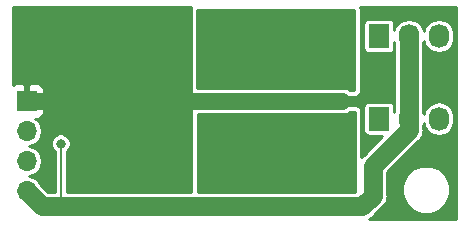
<source format=gbl>
G04 #@! TF.GenerationSoftware,KiCad,Pcbnew,(5.0.1-dev-70-gb7b125d83)*
G04 #@! TF.CreationDate,2018-10-12T22:21:12+02:00*
G04 #@! TF.ProjectId,pwm-fan-control,70776D2D66616E2D636F6E74726F6C2E,rev?*
G04 #@! TF.SameCoordinates,Original*
G04 #@! TF.FileFunction,Copper,L2,Bot,Signal*
G04 #@! TF.FilePolarity,Positive*
%FSLAX46Y46*%
G04 Gerber Fmt 4.6, Leading zero omitted, Abs format (unit mm)*
G04 Created by KiCad (PCBNEW (5.0.1-dev-70-gb7b125d83)) date 10/12/18 22:21:12*
%MOMM*%
%LPD*%
G01*
G04 APERTURE LIST*
G04 #@! TA.AperFunction,ComponentPad*
%ADD10O,1.730000X2.030000*%
G04 #@! TD*
G04 #@! TA.AperFunction,ComponentPad*
%ADD11R,1.730000X2.030000*%
G04 #@! TD*
G04 #@! TA.AperFunction,ComponentPad*
%ADD12R,1.700000X1.700000*%
G04 #@! TD*
G04 #@! TA.AperFunction,ComponentPad*
%ADD13O,1.700000X1.700000*%
G04 #@! TD*
G04 #@! TA.AperFunction,ViaPad*
%ADD14C,0.800000*%
G04 #@! TD*
G04 #@! TA.AperFunction,Conductor*
%ADD15C,0.600000*%
G04 #@! TD*
G04 #@! TA.AperFunction,Conductor*
%ADD16C,1.400000*%
G04 #@! TD*
G04 #@! TA.AperFunction,Conductor*
%ADD17C,0.200000*%
G04 #@! TD*
G04 #@! TA.AperFunction,Conductor*
%ADD18C,0.400000*%
G04 #@! TD*
G04 #@! TA.AperFunction,Conductor*
%ADD19C,1.600000*%
G04 #@! TD*
G04 #@! TA.AperFunction,Conductor*
%ADD20C,0.254000*%
G04 #@! TD*
G04 APERTURE END LIST*
D10*
G04 #@! TO.P,J1,3*
G04 #@! TO.N,N/C*
X244580000Y-54000000D03*
G04 #@! TO.P,J1,2*
G04 #@! TO.N,VCCFan*
X242040000Y-54000000D03*
D11*
G04 #@! TO.P,J1,1*
G04 #@! TO.N,Net-(J1-Pad1)*
X239500000Y-54000000D03*
G04 #@! TD*
D12*
G04 #@! TO.P,J2,1*
G04 #@! TO.N,GND*
X209700000Y-52500000D03*
D13*
G04 #@! TO.P,J2,2*
G04 #@! TO.N,/~PWM1*
X209700000Y-55040000D03*
G04 #@! TO.P,J2,3*
G04 #@! TO.N,/~PWM0*
X209700000Y-57580000D03*
G04 #@! TO.P,J2,4*
G04 #@! TO.N,VCCFan*
X209700000Y-60120000D03*
G04 #@! TD*
D11*
G04 #@! TO.P,J3,1*
G04 #@! TO.N,Net-(J3-Pad1)*
X239500000Y-47000000D03*
D10*
G04 #@! TO.P,J3,2*
G04 #@! TO.N,VCCFan*
X242040000Y-47000000D03*
G04 #@! TO.P,J3,3*
G04 #@! TO.N,N/C*
X244580000Y-47000000D03*
G04 #@! TD*
D14*
G04 #@! TO.N,GND*
X214100000Y-52700000D03*
X223100000Y-58000000D03*
X220100000Y-53700000D03*
X225350000Y-52500000D03*
X222950000Y-47650000D03*
X226200000Y-52500000D03*
X224500000Y-52500000D03*
X236400000Y-52500000D03*
X235500000Y-52500000D03*
X237300000Y-52500000D03*
X230600000Y-52600000D03*
X228400000Y-52500000D03*
G04 #@! TO.N,VCCFan*
X212575000Y-56100000D03*
G04 #@! TO.N,Net-(Q1-Pad2)*
X230700000Y-57800000D03*
X230700000Y-58800000D03*
X229700000Y-57800000D03*
X229700000Y-58800000D03*
X230700000Y-56800000D03*
X230700000Y-55800000D03*
X230700000Y-54800000D03*
X229700000Y-56800000D03*
X229700000Y-55800000D03*
X229700000Y-54800000D03*
X231700000Y-57800000D03*
X231700000Y-58800000D03*
X232700000Y-57800000D03*
X232700000Y-58800000D03*
X233700000Y-57800000D03*
X233700000Y-58800000D03*
X231700000Y-55800000D03*
X231700000Y-54800000D03*
X232700000Y-56800000D03*
X232700000Y-55800000D03*
X232700000Y-54800000D03*
X233700000Y-55800000D03*
X233700000Y-54800000D03*
X231700000Y-56800000D03*
X233700000Y-56800000D03*
G04 #@! TO.N,Net-(Q2-Pad2)*
X228900000Y-46200000D03*
X229900000Y-47200000D03*
X228900000Y-47200000D03*
X229900000Y-46200000D03*
X227900000Y-48200000D03*
X227900000Y-47200000D03*
X227900000Y-46200000D03*
X230900000Y-47200000D03*
X230900000Y-46200000D03*
X231900000Y-47200000D03*
X231900000Y-46200000D03*
X230900000Y-48200000D03*
X231900000Y-50200000D03*
X230900000Y-49200000D03*
X230900000Y-50200000D03*
X231900000Y-48200000D03*
X231900000Y-49200000D03*
X227900000Y-49200000D03*
X227900000Y-50200000D03*
X229900000Y-49200000D03*
X228900000Y-48200000D03*
X229900000Y-50200000D03*
X228900000Y-49200000D03*
X228900000Y-50200000D03*
X229900000Y-48200000D03*
G04 #@! TD*
D15*
G04 #@! TO.N,GND*
X236400000Y-52200000D02*
X236400000Y-52500000D01*
X236400000Y-52500000D02*
X236400000Y-52900000D01*
D16*
X221700000Y-52500000D02*
X220100000Y-52500000D01*
X220100000Y-52500000D02*
X214600000Y-52500000D01*
X214600000Y-52500000D02*
X209700000Y-52500000D01*
D17*
X221700000Y-56600000D02*
X221700000Y-56200000D01*
X223100000Y-58000000D02*
X221700000Y-56600000D01*
X221700000Y-56200000D02*
X221700000Y-52500000D01*
D18*
X220100000Y-52500000D02*
X220100000Y-53700000D01*
D16*
X221700000Y-52500000D02*
X228600000Y-52500000D01*
D18*
X221700000Y-48334315D02*
X221700000Y-48700000D01*
X222384315Y-47650000D02*
X221700000Y-48334315D01*
X222950000Y-47650000D02*
X222384315Y-47650000D01*
X221700000Y-52500000D02*
X221700000Y-48700000D01*
D15*
X236400000Y-52500000D02*
X236400000Y-52500000D01*
D16*
X235500000Y-52500000D02*
X236400000Y-52500000D01*
X230400000Y-52500000D02*
X235500000Y-52500000D01*
X228600000Y-52500000D02*
X230400000Y-52500000D01*
D19*
G04 #@! TO.N,VCCFan*
X210980000Y-61400000D02*
X209700000Y-60120000D01*
D17*
X212575000Y-61325000D02*
X212575000Y-55725000D01*
X212500000Y-61400000D02*
X212575000Y-61325000D01*
D19*
X212500000Y-61400000D02*
X210980000Y-61400000D01*
X212500000Y-61400000D02*
X238115000Y-61400000D01*
X242040000Y-54960000D02*
X239000000Y-58000000D01*
X239000000Y-60515000D02*
X238115000Y-61400000D01*
X239000000Y-58000000D02*
X239000000Y-60515000D01*
X242040000Y-54000000D02*
X242040000Y-47000000D01*
X242040000Y-54000000D02*
X242040000Y-54960000D01*
G04 #@! TD*
D20*
G04 #@! TO.N,Net-(Q2-Pad2)*
G36*
X237423000Y-51573000D02*
X237041193Y-51573000D01*
X236839733Y-51438389D01*
X236510999Y-51373000D01*
X224127000Y-51373000D01*
X224127000Y-44827000D01*
X237423000Y-44827000D01*
X237423000Y-51573000D01*
X237423000Y-51573000D01*
G37*
X237423000Y-51573000D02*
X237041193Y-51573000D01*
X236839733Y-51438389D01*
X236510999Y-51373000D01*
X224127000Y-51373000D01*
X224127000Y-44827000D01*
X237423000Y-44827000D01*
X237423000Y-51573000D01*
G04 #@! TO.N,GND*
G36*
X223605503Y-44536594D02*
X223573000Y-44700000D01*
X223573000Y-51700000D01*
X223605503Y-51863406D01*
X223698065Y-52001935D01*
X223836594Y-52094497D01*
X224000000Y-52127000D01*
X237550000Y-52127000D01*
X237713406Y-52094497D01*
X237851935Y-52001935D01*
X237944497Y-51863406D01*
X237977000Y-51700000D01*
X237977000Y-44700000D01*
X237944497Y-44536594D01*
X237921382Y-44502000D01*
X245998001Y-44502000D01*
X245998000Y-62498000D01*
X238680268Y-62498000D01*
X238999617Y-62284617D01*
X239068072Y-62182167D01*
X239782169Y-61468071D01*
X239884617Y-61399617D01*
X240155808Y-60993752D01*
X240227000Y-60635847D01*
X240227000Y-60635844D01*
X240251037Y-60515001D01*
X240227000Y-60394158D01*
X240227000Y-59596805D01*
X241473000Y-59596805D01*
X241473000Y-60403195D01*
X241781593Y-61148203D01*
X242351797Y-61718407D01*
X243096805Y-62027000D01*
X243903195Y-62027000D01*
X244648203Y-61718407D01*
X245218407Y-61148203D01*
X245527000Y-60403195D01*
X245527000Y-59596805D01*
X245218407Y-58851797D01*
X244648203Y-58281593D01*
X243903195Y-57973000D01*
X243096805Y-57973000D01*
X242351797Y-58281593D01*
X241781593Y-58851797D01*
X241473000Y-59596805D01*
X240227000Y-59596805D01*
X240227000Y-58508239D01*
X242822170Y-55913070D01*
X242924617Y-55844617D01*
X243070025Y-55627000D01*
X243195808Y-55438752D01*
X243210073Y-55367037D01*
X243267000Y-55080847D01*
X243267000Y-55080844D01*
X243291037Y-54960001D01*
X243267000Y-54839158D01*
X243267000Y-54604024D01*
X243310000Y-54387848D01*
X243362963Y-54654113D01*
X243648521Y-55081480D01*
X244075888Y-55367037D01*
X244580000Y-55467311D01*
X245084113Y-55367037D01*
X245511480Y-55081480D01*
X245797037Y-54654112D01*
X245872000Y-54277246D01*
X245872000Y-53722753D01*
X245797037Y-53345887D01*
X245511480Y-52918520D01*
X245084112Y-52632963D01*
X244580000Y-52532689D01*
X244075887Y-52632963D01*
X243648520Y-52918520D01*
X243362963Y-53345888D01*
X243310000Y-53612152D01*
X243267000Y-53395975D01*
X243267000Y-47604024D01*
X243310000Y-47387848D01*
X243362963Y-47654113D01*
X243648521Y-48081480D01*
X244075888Y-48367037D01*
X244580000Y-48467311D01*
X245084113Y-48367037D01*
X245511480Y-48081480D01*
X245797037Y-47654112D01*
X245872000Y-47277246D01*
X245872000Y-46722753D01*
X245797037Y-46345887D01*
X245511480Y-45918520D01*
X245084112Y-45632963D01*
X244580000Y-45532689D01*
X244075887Y-45632963D01*
X243648520Y-45918520D01*
X243362963Y-46345888D01*
X243310000Y-46612152D01*
X243257037Y-46345887D01*
X242971480Y-45918520D01*
X242544112Y-45632963D01*
X242040000Y-45532689D01*
X241535887Y-45632963D01*
X241108520Y-45918520D01*
X240822963Y-46345888D01*
X240800365Y-46459496D01*
X240800365Y-45985000D01*
X240767225Y-45818393D01*
X240672850Y-45677150D01*
X240531607Y-45582775D01*
X240365000Y-45549635D01*
X238635000Y-45549635D01*
X238468393Y-45582775D01*
X238327150Y-45677150D01*
X238232775Y-45818393D01*
X238199635Y-45985000D01*
X238199635Y-48015000D01*
X238232775Y-48181607D01*
X238327150Y-48322850D01*
X238468393Y-48417225D01*
X238635000Y-48450365D01*
X240365000Y-48450365D01*
X240531607Y-48417225D01*
X240672850Y-48322850D01*
X240767225Y-48181607D01*
X240800365Y-48015000D01*
X240800365Y-47540505D01*
X240813001Y-47604030D01*
X240813000Y-53395975D01*
X240800365Y-53459496D01*
X240800365Y-52985000D01*
X240767225Y-52818393D01*
X240672850Y-52677150D01*
X240531607Y-52582775D01*
X240365000Y-52549635D01*
X238635000Y-52549635D01*
X238468393Y-52582775D01*
X238327150Y-52677150D01*
X238232775Y-52818393D01*
X238199635Y-52985000D01*
X238199635Y-55015000D01*
X238232775Y-55181607D01*
X238327150Y-55322850D01*
X238468393Y-55417225D01*
X238635000Y-55450365D01*
X239814395Y-55450365D01*
X238217833Y-57046928D01*
X238115383Y-57115383D01*
X238027000Y-57247658D01*
X238027000Y-53300000D01*
X237994497Y-53136594D01*
X237901935Y-52998065D01*
X237763406Y-52905503D01*
X237600000Y-52873000D01*
X224050000Y-52873000D01*
X223886594Y-52905503D01*
X223748065Y-52998065D01*
X223655503Y-53136594D01*
X223623000Y-53300000D01*
X223623000Y-60173000D01*
X213102000Y-60173000D01*
X213102000Y-56742555D01*
X213276097Y-56568458D01*
X213402000Y-56264501D01*
X213402000Y-55935499D01*
X213276097Y-55631542D01*
X213043458Y-55398903D01*
X212970822Y-55368816D01*
X212954945Y-55345055D01*
X212780625Y-55228577D01*
X212575000Y-55187676D01*
X212369376Y-55228577D01*
X212195056Y-55345055D01*
X212179180Y-55368816D01*
X212106542Y-55398903D01*
X211873903Y-55631542D01*
X211748000Y-55935499D01*
X211748000Y-56264501D01*
X211873903Y-56568458D01*
X212048001Y-56742556D01*
X212048000Y-60173000D01*
X211488240Y-60173000D01*
X210834297Y-59519058D01*
X210620665Y-59199335D01*
X210198260Y-58917093D01*
X209860960Y-58850000D01*
X210198260Y-58782907D01*
X210620665Y-58500665D01*
X210902907Y-58078260D01*
X211002017Y-57580000D01*
X210902907Y-57081740D01*
X210620665Y-56659335D01*
X210198260Y-56377093D01*
X209860960Y-56310000D01*
X210198260Y-56242907D01*
X210620665Y-55960665D01*
X210902907Y-55538260D01*
X211002017Y-55040000D01*
X210902907Y-54541740D01*
X210620665Y-54119335D01*
X210419618Y-53985000D01*
X210676309Y-53985000D01*
X210909698Y-53888327D01*
X211088327Y-53709699D01*
X211185000Y-53476310D01*
X211185000Y-52785750D01*
X211026250Y-52627000D01*
X209827000Y-52627000D01*
X209827000Y-52647000D01*
X209573000Y-52647000D01*
X209573000Y-52627000D01*
X209553000Y-52627000D01*
X209553000Y-52373000D01*
X209573000Y-52373000D01*
X209573000Y-51173750D01*
X209827000Y-51173750D01*
X209827000Y-52373000D01*
X211026250Y-52373000D01*
X211185000Y-52214250D01*
X211185000Y-51523690D01*
X211088327Y-51290301D01*
X210909698Y-51111673D01*
X210676309Y-51015000D01*
X209985750Y-51015000D01*
X209827000Y-51173750D01*
X209573000Y-51173750D01*
X209414250Y-51015000D01*
X208723691Y-51015000D01*
X208502000Y-51106828D01*
X208502000Y-44502000D01*
X223628618Y-44502000D01*
X223605503Y-44536594D01*
X223605503Y-44536594D01*
G37*
X223605503Y-44536594D02*
X223573000Y-44700000D01*
X223573000Y-51700000D01*
X223605503Y-51863406D01*
X223698065Y-52001935D01*
X223836594Y-52094497D01*
X224000000Y-52127000D01*
X237550000Y-52127000D01*
X237713406Y-52094497D01*
X237851935Y-52001935D01*
X237944497Y-51863406D01*
X237977000Y-51700000D01*
X237977000Y-44700000D01*
X237944497Y-44536594D01*
X237921382Y-44502000D01*
X245998001Y-44502000D01*
X245998000Y-62498000D01*
X238680268Y-62498000D01*
X238999617Y-62284617D01*
X239068072Y-62182167D01*
X239782169Y-61468071D01*
X239884617Y-61399617D01*
X240155808Y-60993752D01*
X240227000Y-60635847D01*
X240227000Y-60635844D01*
X240251037Y-60515001D01*
X240227000Y-60394158D01*
X240227000Y-59596805D01*
X241473000Y-59596805D01*
X241473000Y-60403195D01*
X241781593Y-61148203D01*
X242351797Y-61718407D01*
X243096805Y-62027000D01*
X243903195Y-62027000D01*
X244648203Y-61718407D01*
X245218407Y-61148203D01*
X245527000Y-60403195D01*
X245527000Y-59596805D01*
X245218407Y-58851797D01*
X244648203Y-58281593D01*
X243903195Y-57973000D01*
X243096805Y-57973000D01*
X242351797Y-58281593D01*
X241781593Y-58851797D01*
X241473000Y-59596805D01*
X240227000Y-59596805D01*
X240227000Y-58508239D01*
X242822170Y-55913070D01*
X242924617Y-55844617D01*
X243070025Y-55627000D01*
X243195808Y-55438752D01*
X243210073Y-55367037D01*
X243267000Y-55080847D01*
X243267000Y-55080844D01*
X243291037Y-54960001D01*
X243267000Y-54839158D01*
X243267000Y-54604024D01*
X243310000Y-54387848D01*
X243362963Y-54654113D01*
X243648521Y-55081480D01*
X244075888Y-55367037D01*
X244580000Y-55467311D01*
X245084113Y-55367037D01*
X245511480Y-55081480D01*
X245797037Y-54654112D01*
X245872000Y-54277246D01*
X245872000Y-53722753D01*
X245797037Y-53345887D01*
X245511480Y-52918520D01*
X245084112Y-52632963D01*
X244580000Y-52532689D01*
X244075887Y-52632963D01*
X243648520Y-52918520D01*
X243362963Y-53345888D01*
X243310000Y-53612152D01*
X243267000Y-53395975D01*
X243267000Y-47604024D01*
X243310000Y-47387848D01*
X243362963Y-47654113D01*
X243648521Y-48081480D01*
X244075888Y-48367037D01*
X244580000Y-48467311D01*
X245084113Y-48367037D01*
X245511480Y-48081480D01*
X245797037Y-47654112D01*
X245872000Y-47277246D01*
X245872000Y-46722753D01*
X245797037Y-46345887D01*
X245511480Y-45918520D01*
X245084112Y-45632963D01*
X244580000Y-45532689D01*
X244075887Y-45632963D01*
X243648520Y-45918520D01*
X243362963Y-46345888D01*
X243310000Y-46612152D01*
X243257037Y-46345887D01*
X242971480Y-45918520D01*
X242544112Y-45632963D01*
X242040000Y-45532689D01*
X241535887Y-45632963D01*
X241108520Y-45918520D01*
X240822963Y-46345888D01*
X240800365Y-46459496D01*
X240800365Y-45985000D01*
X240767225Y-45818393D01*
X240672850Y-45677150D01*
X240531607Y-45582775D01*
X240365000Y-45549635D01*
X238635000Y-45549635D01*
X238468393Y-45582775D01*
X238327150Y-45677150D01*
X238232775Y-45818393D01*
X238199635Y-45985000D01*
X238199635Y-48015000D01*
X238232775Y-48181607D01*
X238327150Y-48322850D01*
X238468393Y-48417225D01*
X238635000Y-48450365D01*
X240365000Y-48450365D01*
X240531607Y-48417225D01*
X240672850Y-48322850D01*
X240767225Y-48181607D01*
X240800365Y-48015000D01*
X240800365Y-47540505D01*
X240813001Y-47604030D01*
X240813000Y-53395975D01*
X240800365Y-53459496D01*
X240800365Y-52985000D01*
X240767225Y-52818393D01*
X240672850Y-52677150D01*
X240531607Y-52582775D01*
X240365000Y-52549635D01*
X238635000Y-52549635D01*
X238468393Y-52582775D01*
X238327150Y-52677150D01*
X238232775Y-52818393D01*
X238199635Y-52985000D01*
X238199635Y-55015000D01*
X238232775Y-55181607D01*
X238327150Y-55322850D01*
X238468393Y-55417225D01*
X238635000Y-55450365D01*
X239814395Y-55450365D01*
X238217833Y-57046928D01*
X238115383Y-57115383D01*
X238027000Y-57247658D01*
X238027000Y-53300000D01*
X237994497Y-53136594D01*
X237901935Y-52998065D01*
X237763406Y-52905503D01*
X237600000Y-52873000D01*
X224050000Y-52873000D01*
X223886594Y-52905503D01*
X223748065Y-52998065D01*
X223655503Y-53136594D01*
X223623000Y-53300000D01*
X223623000Y-60173000D01*
X213102000Y-60173000D01*
X213102000Y-56742555D01*
X213276097Y-56568458D01*
X213402000Y-56264501D01*
X213402000Y-55935499D01*
X213276097Y-55631542D01*
X213043458Y-55398903D01*
X212970822Y-55368816D01*
X212954945Y-55345055D01*
X212780625Y-55228577D01*
X212575000Y-55187676D01*
X212369376Y-55228577D01*
X212195056Y-55345055D01*
X212179180Y-55368816D01*
X212106542Y-55398903D01*
X211873903Y-55631542D01*
X211748000Y-55935499D01*
X211748000Y-56264501D01*
X211873903Y-56568458D01*
X212048001Y-56742556D01*
X212048000Y-60173000D01*
X211488240Y-60173000D01*
X210834297Y-59519058D01*
X210620665Y-59199335D01*
X210198260Y-58917093D01*
X209860960Y-58850000D01*
X210198260Y-58782907D01*
X210620665Y-58500665D01*
X210902907Y-58078260D01*
X211002017Y-57580000D01*
X210902907Y-57081740D01*
X210620665Y-56659335D01*
X210198260Y-56377093D01*
X209860960Y-56310000D01*
X210198260Y-56242907D01*
X210620665Y-55960665D01*
X210902907Y-55538260D01*
X211002017Y-55040000D01*
X210902907Y-54541740D01*
X210620665Y-54119335D01*
X210419618Y-53985000D01*
X210676309Y-53985000D01*
X210909698Y-53888327D01*
X211088327Y-53709699D01*
X211185000Y-53476310D01*
X211185000Y-52785750D01*
X211026250Y-52627000D01*
X209827000Y-52627000D01*
X209827000Y-52647000D01*
X209573000Y-52647000D01*
X209573000Y-52627000D01*
X209553000Y-52627000D01*
X209553000Y-52373000D01*
X209573000Y-52373000D01*
X209573000Y-51173750D01*
X209827000Y-51173750D01*
X209827000Y-52373000D01*
X211026250Y-52373000D01*
X211185000Y-52214250D01*
X211185000Y-51523690D01*
X211088327Y-51290301D01*
X210909698Y-51111673D01*
X210676309Y-51015000D01*
X209985750Y-51015000D01*
X209827000Y-51173750D01*
X209573000Y-51173750D01*
X209414250Y-51015000D01*
X208723691Y-51015000D01*
X208502000Y-51106828D01*
X208502000Y-44502000D01*
X223628618Y-44502000D01*
X223605503Y-44536594D01*
G04 #@! TO.N,Net-(Q1-Pad2)*
G36*
X237473000Y-60173000D02*
X224177000Y-60173000D01*
X224177000Y-53627000D01*
X236328401Y-53627000D01*
X236400000Y-53641242D01*
X236471599Y-53627000D01*
X236510999Y-53627000D01*
X236839733Y-53561611D01*
X237041193Y-53427000D01*
X237473000Y-53427000D01*
X237473000Y-60173000D01*
X237473000Y-60173000D01*
G37*
X237473000Y-60173000D02*
X224177000Y-60173000D01*
X224177000Y-53627000D01*
X236328401Y-53627000D01*
X236400000Y-53641242D01*
X236471599Y-53627000D01*
X236510999Y-53627000D01*
X236839733Y-53561611D01*
X237041193Y-53427000D01*
X237473000Y-53427000D01*
X237473000Y-60173000D01*
G04 #@! TD*
M02*

</source>
